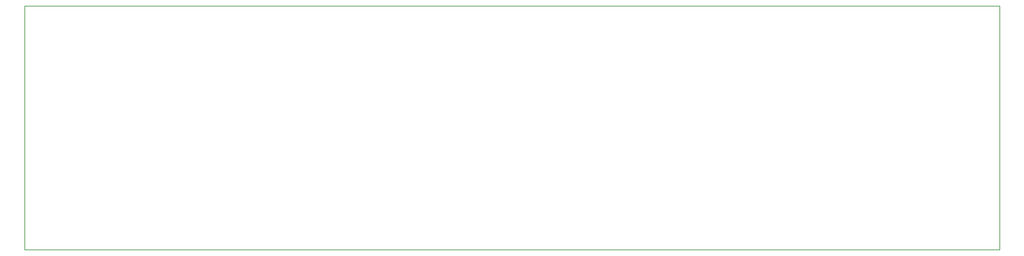
<source format=gm1>
%TF.GenerationSoftware,KiCad,Pcbnew,(5.1.9)-1*%
%TF.CreationDate,2020-12-28T18:37:18+08:00*%
%TF.ProjectId,kaika_clock_main,6b61696b-615f-4636-9c6f-636b5f6d6169,rev?*%
%TF.SameCoordinates,Original*%
%TF.FileFunction,Profile,NP*%
%FSLAX46Y46*%
G04 Gerber Fmt 4.6, Leading zero omitted, Abs format (unit mm)*
G04 Created by KiCad (PCBNEW (5.1.9)-1) date 2020-12-28 18:37:18*
%MOMM*%
%LPD*%
G01*
G04 APERTURE LIST*
%TA.AperFunction,Profile*%
%ADD10C,0.050000*%
%TD*%
G04 APERTURE END LIST*
D10*
X228000000Y-100000000D02*
X228000000Y-132000000D01*
X100000000Y-100000000D02*
X100000000Y-132000000D01*
X100000000Y-100000000D02*
X228000000Y-100000000D01*
X100000000Y-132000000D02*
X228000000Y-132000000D01*
M02*

</source>
